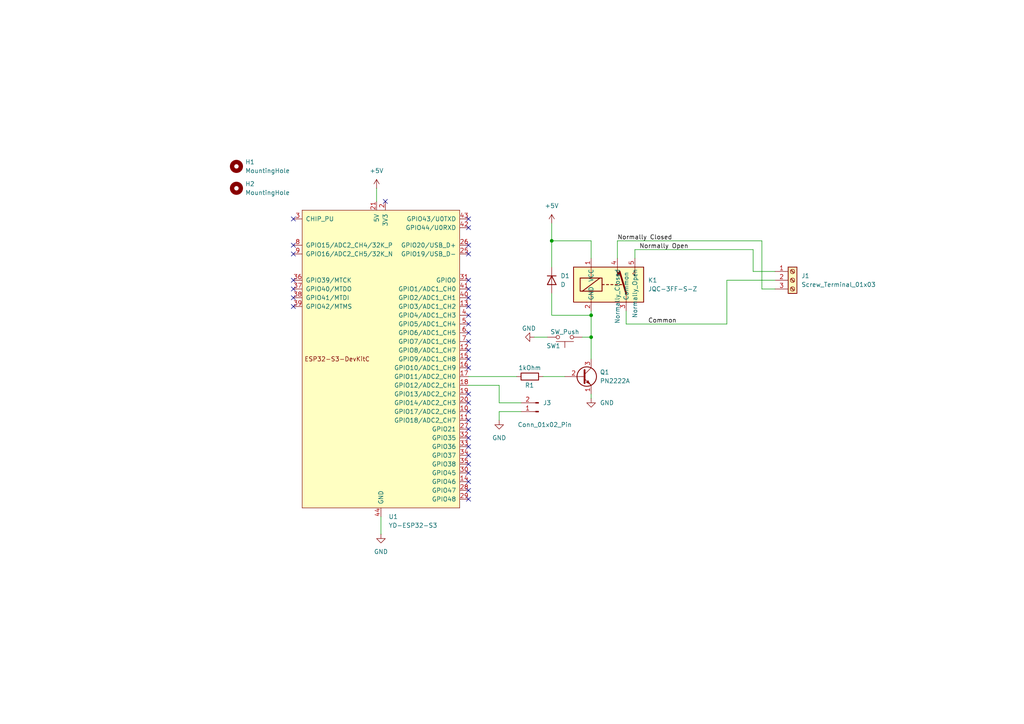
<source format=kicad_sch>
(kicad_sch (version 20231120) (generator "eeschema") (generator_version "8.0")
  (paper "A4")
  (lib_symbols
    (symbol "Connector:Conn_01x02_Pin" (pin_names (offset 1.016) hide)
      (property "Reference" "J" (at 0 2.54 0))
      (property "Value" "Conn_01x02_Pin" (at 0 -5.08 0))
      (symbol "Conn_01x02_Pin_1_1"
        (polyline (pts (xy 1.27 -2.54) (xy 0.8636 -2.54)) (stroke (width 0.1524)))
        (polyline (pts (xy 1.27 0) (xy 0.8636 0)) (stroke (width 0.1524)))
        (rectangle (start 0.8636 -2.413) (end 0 -2.667) (stroke (width 0.1524)) (fill (type outline)))
        (rectangle (start 0.8636 0.127) (end 0 -0.127) (stroke (width 0.1524)) (fill (type outline)))
        (pin passive line (at 5.08 0 180) (length 3.81) (name "Pin_1") (number "1"))
        (pin passive line (at 5.08 -2.54 180) (length 3.81) (name "Pin_2") (number "2"))
      )
    )
    (symbol "Connector:Screw_Terminal_01x03" (pin_names (offset 1.016) hide)
      (property "Reference" "J" (at 0 5.08 0))
      (property "Value" "Screw_Terminal_01x03" (at 0 -5.08 0))
      (symbol "Screw_Terminal_01x03_1_1"
        (rectangle (start -1.27 3.81) (end 1.27 -3.81) (stroke (width 0.254)) (fill (type background)))
        (circle (center 0 -2.54) (radius 0.635) (stroke (width 0.1524)))
        (polyline (pts (xy -0.5334 -2.2098) (xy 0.3302 -3.048)) (stroke (width 0.1524)))
        (polyline (pts (xy -0.5334 0.3302) (xy 0.3302 -0.508)) (stroke (width 0.1524)))
        (polyline (pts (xy -0.5334 2.8702) (xy 0.3302 2.032)) (stroke (width 0.1524)))
        (polyline (pts (xy -0.3556 -2.032) (xy 0.508 -2.8702)) (stroke (width 0.1524)))
        (polyline (pts (xy -0.3556 0.508) (xy 0.508 -0.3302)) (stroke (width 0.1524)))
        (polyline (pts (xy -0.3556 3.048) (xy 0.508 2.2098)) (stroke (width 0.1524)))
        (circle (center 0 0) (radius 0.635) (stroke (width 0.1524)))
        (circle (center 0 2.54) (radius 0.635) (stroke (width 0.1524)))
        (pin passive line (at -5.08 2.54 0) (length 3.81) (name "Pin_1") (number "1"))
        (pin passive line (at -5.08 0 0) (length 3.81) (name "Pin_2") (number "2"))
        (pin passive line (at -5.08 -2.54 0) (length 3.81) (name "Pin_3") (number "3"))
      )
    )
    (symbol "Custom Symbols:JQC-3FF-S-Z"
      (property "Reference" "K1" (at 11.43 1.2701 0))
      (property "Value" "JQC-3FF-S-Z" (at 11.43 -1.2699 0))
      (symbol "JQC-3FF-S-Z_0_0"
        (polyline (pts (xy 7.62 5.08) (xy 7.62 2.54) (xy 6.985 3.175) (xy 7.62 3.81)))
      )
      (symbol "JQC-3FF-S-Z_0_1"
        (rectangle (start -10.16 5.08) (end 10.16 -5.08) (stroke (width 0.254)) (fill (type background)))
        (rectangle (start -8.255 1.905) (end -1.905 -1.905) (stroke (width 0.254)))
        (polyline (pts (xy -7.62 -1.905) (xy -2.54 1.905)) (stroke (width 0.254)))
        (polyline (pts (xy -5.08 -5.08) (xy -5.08 -1.905)))
        (polyline (pts (xy -5.08 5.08) (xy -5.08 1.905)))
        (polyline (pts (xy -1.905 0) (xy -1.27 0)) (stroke (width 0.254)))
        (polyline (pts (xy -0.635 0) (xy 0 0)) (stroke (width 0.254)))
        (polyline (pts (xy 0.635 0) (xy 1.27 0)) (stroke (width 0.254)))
        (polyline (pts (xy 1.905 0) (xy 2.54 0)) (stroke (width 0.254)))
        (polyline (pts (xy 3.175 0) (xy 3.81 0)) (stroke (width 0.254)))
        (polyline (pts (xy 5.08 -2.54) (xy 3.175 3.81)) (stroke (width 0.508)))
        (polyline (pts (xy 5.08 -2.54) (xy 5.08 -5.08)))
      )
      (symbol "JQC-3FF-S-Z_1_1"
        (polyline (pts (xy 2.54 3.81) (xy 3.175 3.175) (xy 2.54 2.54) (xy 2.54 5.08)) (fill (type outline)))
        (pin passive line (at -5.08 7.62 270) (length 2.54) (name "VCC") (number "1"))
        (pin passive line (at -5.08 -7.62 90) (length 2.54) (name "GND") (number "2"))
        (pin passive line (at 5.08 -7.62 90) (length 2.54) (name "Common") (number "3"))
        (pin passive line (at 2.54 7.62 270) (length 2.54) (name "Normally_Closed") (number "4"))
        (pin passive line (at 7.62 7.62 270) (length 2.54) (name "Normally_Open") (number "5"))
      )
    )
    (symbol "Device:D" (pin_numbers hide) (pin_names (offset 1.016) hide)
      (property "Reference" "D" (at 0 2.54 0))
      (property "Value" "D" (at 0 -2.54 0))
      (symbol "D_0_1"
        (polyline (pts (xy -1.27 1.27) (xy -1.27 -1.27)) (stroke (width 0.254)))
        (polyline (pts (xy 1.27 0) (xy -1.27 0)))
        (polyline (pts (xy 1.27 1.27) (xy 1.27 -1.27) (xy -1.27 0) (xy 1.27 1.27)) (stroke (width 0.254)))
      )
      (symbol "D_1_1"
        (pin passive line (at -3.81 0 0) (length 2.54) (name "K") (number "1"))
        (pin passive line (at 3.81 0 180) (length 2.54) (name "A") (number "2"))
      )
    )
    (symbol "Device:R" (pin_numbers hide) (pin_names (offset 0))
      (property "Reference" "R" (at 2.032 0 90))
      (property "Value" "R" (at 0 0 90))
      (symbol "R_0_1"
        (rectangle (start -1.016 -2.54) (end 1.016 2.54) (stroke (width 0.254)))
      )
      (symbol "R_1_1"
        (pin passive line (at 0 3.81 270) (length 1.27) (name "~") (number "1"))
        (pin passive line (at 0 -3.81 90) (length 1.27) (name "~") (number "2"))
      )
    )
    (symbol "Mechanical:MountingHole" (pin_names (offset 1.016)) (exclude_from_sim yes) (in_bom no)
      (property "Reference" "H" (at 0 5.08 0))
      (property "Value" "MountingHole" (at 0 3.175 0))
      (symbol "MountingHole_0_1"
        (circle (center 0 0) (radius 1.27) (stroke (width 1.27)))
      )
    )
    (symbol "PCM_Espressif:ESP32-S3-DevKitC" (pin_names (offset 1.016))
      (property "Reference" "U1" (at 2.1941 -45.72 0))
      (property "Value" "YD-ESP32-S3" (at 2.1941 -48.26 0))
      (symbol "ESP32-S3-DevKitC_0_0"
        (text "ESP32-S3-DevKitC" (at -12.7 0 0) (effects (font (size 1.27 1.27))))
        (pin bidirectional line (at 25.4 -35.56 180) (length 2.54) (name "GPIO46") (number "14"))
        (pin bidirectional line (at 25.4 -10.16 180) (length 2.54) (name "GPIO13/ADC2_CH2") (number "19"))
        (pin bidirectional line (at -25.4 15.24 0) (length 2.54) (name "GPIO42/MTMS") (number "39"))
        (pin bidirectional line (at 25.4 17.78 180) (length 2.54) (name "GPIO2/ADC1_CH1") (number "40"))
        (pin bidirectional line (at 25.4 20.32 180) (length 2.54) (name "GPIO1/ADC1_CH0") (number "41"))
        (pin bidirectional line (at 25.4 38.1 180) (length 2.54) (name "GPIO44/U0RXD") (number "42"))
        (pin bidirectional line (at 25.4 40.64 180) (length 2.54) (name "GPIO43/U0TXD") (number "43"))
        (pin power_in line (at 0 -45.72 90) (length 2.54) (name "GND") (number "44"))
      )
      (symbol "ESP32-S3-DevKitC_0_1"
        (rectangle (start -22.86 43.18) (end 22.86 -43.18) (fill (type background)))
        (pin power_in line (at 1.27 45.72 270) (length 2.54) (name "3V3") (number "2"))
      )
      (symbol "ESP32-S3-DevKitC_1_1"
        (pin passive line (at 1.27 45.72 270) (length 2.54) hide (name "3V3") (number "1"))
        (pin bidirectional line (at 25.4 -15.24 180) (length 2.54) (name "GPIO17/ADC2_CH6") (number "10"))
        (pin bidirectional line (at 25.4 -17.78 180) (length 2.54) (name "GPIO18/ADC2_CH7") (number "11"))
        (pin bidirectional line (at 25.4 2.54 180) (length 2.54) (name "GPIO8/ADC1_CH7") (number "12"))
        (pin bidirectional line (at 25.4 15.24 180) (length 2.54) (name "GPIO3/ADC1_CH2") (number "13"))
        (pin bidirectional line (at 25.4 0 180) (length 2.54) (name "GPIO9/ADC1_CH8") (number "15"))
        (pin bidirectional line (at 25.4 -2.54 180) (length 2.54) (name "GPIO10/ADC1_CH9") (number "16"))
        (pin bidirectional line (at 25.4 -5.08 180) (length 2.54) (name "GPIO11/ADC2_CH0") (number "17"))
        (pin bidirectional line (at 25.4 -7.62 180) (length 2.54) (name "GPIO12/ADC2_CH1") (number "18"))
        (pin bidirectional line (at 25.4 -12.7 180) (length 2.54) (name "GPIO14/ADC2_CH3") (number "20"))
        (pin power_in line (at -1.27 45.72 270) (length 2.54) (name "5V") (number "21"))
        (pin passive line (at 0 -45.72 90) (length 2.54) hide (name "GND") (number "22"))
        (pin passive line (at 0 -45.72 90) (length 2.54) hide (name "GND") (number "23"))
        (pin passive line (at 0 -45.72 90) (length 2.54) hide (name "GND") (number "24"))
        (pin bidirectional line (at 25.4 30.48 180) (length 2.54) (name "GPIO19/USB_D-") (number "25"))
        (pin bidirectional line (at 25.4 33.02 180) (length 2.54) (name "GPIO20/USB_D+") (number "26"))
        (pin bidirectional line (at 25.4 -20.32 180) (length 2.54) (name "GPIO21") (number "27"))
        (pin bidirectional line (at 25.4 -38.1 180) (length 2.54) (name "GPIO47") (number "28"))
        (pin bidirectional line (at 25.4 -40.64 180) (length 2.54) (name "GPIO48") (number "29"))
        (pin input line (at -25.4 40.64 0) (length 2.54) (name "CHIP_PU") (number "3"))
        (pin bidirectional line (at 25.4 -33.02 180) (length 2.54) (name "GPIO45") (number "30"))
        (pin bidirectional line (at 25.4 22.86 180) (length 2.54) (name "GPIO0") (number "31"))
        (pin bidirectional line (at 25.4 -22.86 180) (length 2.54) (name "GPIO35") (number "32"))
        (pin bidirectional line (at 25.4 -25.4 180) (length 2.54) (name "GPIO36") (number "33"))
        (pin bidirectional line (at 25.4 -27.94 180) (length 2.54) (name "GPIO37") (number "34"))
        (pin bidirectional line (at 25.4 -30.48 180) (length 2.54) (name "GPIO38") (number "35"))
        (pin bidirectional line (at -25.4 22.86 0) (length 2.54) (name "GPIO39/MTCK") (number "36"))
        (pin bidirectional line (at -25.4 20.32 0) (length 2.54) (name "GPIO40/MTDO") (number "37"))
        (pin bidirectional line (at -25.4 17.78 0) (length 2.54) (name "GPIO41/MTDI") (number "38"))
        (pin bidirectional line (at 25.4 12.7 180) (length 2.54) (name "GPIO4/ADC1_CH3") (number "4"))
        (pin bidirectional line (at 25.4 10.16 180) (length 2.54) (name "GPIO5/ADC1_CH4") (number "5"))
        (pin bidirectional line (at 25.4 7.62 180) (length 2.54) (name "GPIO6/ADC1_CH5") (number "6"))
        (pin bidirectional line (at 25.4 5.08 180) (length 2.54) (name "GPIO7/ADC1_CH6") (number "7"))
        (pin bidirectional line (at -25.4 33.02 0) (length 2.54) (name "GPIO15/ADC2_CH4/32K_P") (number "8"))
        (pin bidirectional line (at -25.4 30.48 0) (length 2.54) (name "GPIO16/ADC2_CH5/32K_N") (number "9"))
      )
    )
    (symbol "Switch:SW_Push" (pin_numbers hide) (pin_names (offset 1.016) hide)
      (property "Reference" "SW" (at 1.27 2.54 0))
      (property "Value" "SW_Push" (at 0 -1.524 0))
      (symbol "SW_Push_0_1"
        (circle (center -2.032 0) (radius 0.508))
        (polyline (pts (xy 0 1.27) (xy 0 3.048)))
        (polyline (pts (xy 2.54 1.27) (xy -2.54 1.27)))
        (circle (center 2.032 0) (radius 0.508))
        (pin passive line (at -5.08 0 0) (length 2.54) (name "1") (number "1"))
        (pin passive line (at 5.08 0 180) (length 2.54) (name "2") (number "2"))
      )
    )
    (symbol "Transistor_BJT:PN2222A" (pin_names (offset 0) hide)
      (property "Reference" "Q" (at 5.08 1.905 0))
      (property "Value" "PN2222A" (at 5.08 0 0))
      (symbol "PN2222A_0_1"
        (polyline (pts (xy 0 0) (xy 0.635 0)))
        (polyline (pts (xy 2.54 -2.54) (xy 0.635 -0.635)))
        (polyline (pts (xy 2.54 2.54) (xy 0.635 0.635)))
        (polyline (pts (xy 0.635 1.905) (xy 0.635 -1.905) (xy 0.635 -1.905)) (stroke (width 0.508)))
        (polyline (pts (xy 2.413 -2.413) (xy 1.905 -1.905) (xy 1.905 -1.905)))
        (polyline (pts (xy 1.143 -1.651) (xy 1.651 -1.143) (xy 2.159 -2.159) (xy 1.143 -1.651) (xy 1.143 -1.651)) (fill (type outline)))
        (circle (center 1.27 0) (radius 2.8194) (stroke (width 0.254)))
      )
      (symbol "PN2222A_1_1"
        (pin passive line (at 2.54 -5.08 90) (length 2.54) (name "E") (number "1"))
        (pin input line (at -5.08 0 0) (length 5.08) (name "B") (number "2"))
        (pin passive line (at 2.54 5.08 270) (length 2.54) (name "C") (number "3"))
      )
    )
    (symbol "power:+5V" (power) (pin_numbers hide) (pin_names (offset 0) hide)
      (property "Value" "+5V" (at 0 3.556 0))
      (symbol "+5V_0_1"
        (polyline (pts (xy -0.762 1.27) (xy 0 2.54)))
        (polyline (pts (xy 0 0) (xy 0 2.54)))
        (polyline (pts (xy 0 2.54) (xy 0.762 1.27)))
      )
      (symbol "+5V_1_1"
        (pin power_in line (at 0 0 90) (length 0) (name "~") (number "1"))
      )
    )
    (symbol "power:GND" (power) (pin_numbers hide) (pin_names (offset 0) hide)
      (property "Value" "GND" (at 0 -3.81 0))
      (symbol "GND_0_1"
        (polyline (pts (xy 0 0) (xy 0 -1.27) (xy 1.27 -1.27) (xy 0 -2.54) (xy -1.27 -1.27) (xy 0 -1.27)))
      )
      (symbol "GND_1_1"
        (pin power_in line (at 0 0 270) (length 0) (name "~") (number "1"))
      )
    )
  )
  (junction (at 171.45 97.79))
  (junction (at 171.45 91.44))
  (junction (at 160.02 69.85))
  (no_connect (at 135.89 63.5))
  (no_connect (at 135.89 139.7))
  (no_connect (at 135.89 144.78))
  (no_connect (at 135.89 93.98))
  (no_connect (at 135.89 127))
  (no_connect (at 111.76 58.42))
  (no_connect (at 85.09 83.82))
  (no_connect (at 135.89 116.84))
  (no_connect (at 135.89 96.52))
  (no_connect (at 135.89 81.28))
  (no_connect (at 135.89 71.12))
  (no_connect (at 135.89 134.62))
  (no_connect (at 135.89 83.82))
  (no_connect (at 135.89 91.44))
  (no_connect (at 135.89 142.24))
  (no_connect (at 135.89 86.36))
  (no_connect (at 135.89 124.46))
  (no_connect (at 135.89 121.92))
  (no_connect (at 85.09 71.12))
  (no_connect (at 135.89 73.66))
  (no_connect (at 135.89 106.68))
  (no_connect (at 85.09 86.36))
  (no_connect (at 135.89 114.3))
  (no_connect (at 135.89 132.08))
  (no_connect (at 135.89 66.04))
  (no_connect (at 85.09 63.5))
  (no_connect (at 135.89 88.9))
  (no_connect (at 85.09 73.66))
  (no_connect (at 135.89 129.54))
  (no_connect (at 135.89 119.38))
  (no_connect (at 135.89 99.06))
  (no_connect (at 135.89 104.14))
  (no_connect (at 85.09 81.28))
  (no_connect (at 135.89 101.6))
  (no_connect (at 85.09 88.9))
  (no_connect (at 135.89 137.16))
  (wire (pts (xy 144.78 116.84) (xy 151.13 116.84)))
  (wire (pts (xy 218.44 78.74) (xy 224.79 78.74)))
  (wire (pts (xy 171.45 91.44) (xy 171.45 97.79)))
  (wire (pts (xy 135.89 109.22) (xy 149.86 109.22)))
  (wire (pts (xy 109.22 54.61) (xy 109.22 58.42)))
  (wire (pts (xy 160.02 69.85) (xy 171.45 69.85)))
  (wire (pts (xy 144.78 111.76) (xy 144.78 116.84)))
  (wire (pts (xy 220.98 83.82) (xy 224.79 83.82)))
  (wire (pts (xy 179.07 69.85) (xy 220.98 69.85)))
  (wire (pts (xy 144.78 119.38) (xy 144.78 121.92)))
  (wire (pts (xy 171.45 97.79) (xy 171.45 104.14)))
  (wire (pts (xy 151.13 119.38) (xy 144.78 119.38)))
  (wire (pts (xy 168.91 97.79) (xy 171.45 97.79)))
  (wire (pts (xy 160.02 69.85) (xy 160.02 77.47)))
  (wire (pts (xy 171.45 91.44) (xy 160.02 91.44)))
  (wire (pts (xy 181.61 93.98) (xy 181.61 90.17)))
  (wire (pts (xy 110.49 149.86) (xy 110.49 154.94)))
  (wire (pts (xy 218.44 72.39) (xy 184.15 72.39)))
  (wire (pts (xy 218.44 72.39) (xy 218.44 78.74)))
  (wire (pts (xy 171.45 90.17) (xy 171.45 91.44)))
  (wire (pts (xy 220.98 69.85) (xy 220.98 83.82)))
  (wire (pts (xy 224.79 81.28) (xy 210.82 81.28)))
  (wire (pts (xy 171.45 69.85) (xy 171.45 74.93)))
  (wire (pts (xy 184.15 72.39) (xy 184.15 74.93)))
  (wire (pts (xy 135.89 111.76) (xy 144.78 111.76)))
  (wire (pts (xy 210.82 81.28) (xy 210.82 93.98)))
  (wire (pts (xy 179.07 69.85) (xy 179.07 74.93)))
  (wire (pts (xy 210.82 93.98) (xy 181.61 93.98)))
  (wire (pts (xy 171.45 115.57) (xy 171.45 114.3)))
  (wire (pts (xy 157.48 109.22) (xy 163.83 109.22)))
  (wire (pts (xy 154.94 97.79) (xy 158.75 97.79)))
  (wire (pts (xy 160.02 64.77) (xy 160.02 69.85)))
  (wire (pts (xy 160.02 85.09) (xy 160.02 91.44)))
  (label "Normally Closed" (at 179.07 69.85 0))
  (label "Common" (at 187.96 93.98 0))
  (label "Normally Open" (at 185.42 72.39 0))
  (symbol (lib_id "Device:D") (at 160.02 81.28 270) (unit 1)
    (property "Reference" "D1" (at 162.56 80.0099 90) (effects (justify left)))
    (property "Value" "D" (at 162.56 82.5499 90) (effects (justify left)))
    (property "Footprint" "Diode_SMD:D_MiniMELF" (effects (hide yes)))
    (property "Description" "Diode" (effects (hide yes)))
    (property "Sim.Device" "D" (effects (hide yes)))
    (property "Sim.Pins" "1=K 2=A" (effects (hide yes)))
  )
  (symbol (lib_id "Mechanical:MountingHole") (at 68.58 48.26 0) (unit 1) (exclude_from_sim yes) (in_bom no)
    (property "Reference" "H1" (at 71.12 46.9899 0) (effects (justify left)))
    (property "Value" "MountingHole" (at 71.12 49.5299 0) (effects (justify left)))
    (property "Footprint" "MountingHole:MountingHole_3.5mm" (effects (hide yes)))
    (property "Description" "Mounting Hole without connection" (effects (hide yes)))
  )
  (symbol (lib_id "Mechanical:MountingHole") (at 68.58 54.61 0) (unit 1) (exclude_from_sim yes) (in_bom no)
    (property "Reference" "H2" (at 71.12 53.3399 0) (effects (justify left)))
    (property "Value" "MountingHole" (at 71.12 55.8799 0) (effects (justify left)))
    (property "Footprint" "MountingHole:MountingHole_3.5mm" (effects (hide yes)))
    (property "Description" "Mounting Hole without connection" (effects (hide yes)))
  )
  (symbol (lib_id "power:GND") (at 144.78 121.92 0) (unit 1)
    (property "Reference" "#PWR04" (effects (hide yes)))
    (property "Value" "GND" (at 142.748 127 0) (effects (justify left)))
    (property "Description" "Power symbol creates a global label with name \"GND\" , ground" (effects (hide yes)))
  )
  (symbol (lib_id "Connector:Screw_Terminal_01x03") (at 229.87 81.28 0) (unit 1)
    (property "Reference" "J1" (at 232.41 80.0099 0) (effects (justify left)))
    (property "Value" "Screw_Terminal_01x03" (at 232.41 82.5499 0) (effects (justify left)))
    (property "Footprint" "TerminalBlock_Phoenix:TerminalBlock_Phoenix_MKDS-1,5-3_1x03_P5.00mm_Horizontal" (effects (hide yes)))
    (property "Description" "Generic screw terminal, single row, 01x03, script generated (kicad-library-utils/schlib/autogen/connector/)" (effects (hide yes)))
  )
  (symbol (lib_id "PCM_Espressif:ESP32-S3-DevKitC") (at 110.49 104.14 0) (unit 1)
    (property "Reference" "U1" (at 112.6841 149.86 0) (effects (justify left)))
    (property "Value" "YD-ESP32-S3" (at 112.6841 152.4 0) (effects (justify left)))
    (property "Footprint" "Custom Footprints:YD-ESP32-S3" (effects (hide yes)))
    (property "Description" "YD-ESP32-S3" (effects (hide yes)))
  )
  (symbol (lib_id "Device:R") (at 153.67 109.22 90) (unit 1)
    (property "Reference" "R1" (at 154.94 111.76 90) (effects (justify left)))
    (property "Value" "1kOhm" (at 156.972 106.68 90) (effects (justify left)))
    (property "Footprint" "Resistor_SMD:R_0805_2012Metric" (effects (hide yes)))
    (property "Description" "Resistor" (effects (hide yes)))
  )
  (symbol (lib_id "power:+5V") (at 109.22 54.61 0) (unit 1)
    (property "Reference" "#PWR03" (effects (hide yes)))
    (property "Value" "+5V" (at 109.22 49.53 0))
    (property "Description" "Power symbol creates a global label with name \"+5V\"" (effects (hide yes)))
  )
  (symbol (lib_id "Transistor_BJT:PN2222A") (at 168.91 109.22 0) (unit 1)
    (property "Reference" "Q1" (at 173.99 107.9499 0) (effects (justify left)))
    (property "Value" "PN2222A" (at 173.99 110.4899 0) (effects (justify left)))
    (property "Footprint" "Package_TO_SOT_THT:TO-92_Inline" (effects (hide yes)))
    (property "Datasheet" "https://www.onsemi.com/pub/Collateral/PN2222-D.PDF" (effects (hide yes)))
    (property "Description" "1A Ic, 40V Vce, NPN Transistor, General Purpose Transistor, TO-92" (effects (hide yes)))
  )
  (symbol (lib_id "Custom Symbols:JQC-3FF-S-Z") (at 176.53 82.55 0) (unit 1)
    (property "Reference" "K1" (at 187.96 81.2799 0) (effects (justify left)))
    (property "Value" "JQC-3FF-S-Z" (at 187.96 83.8199 0) (effects (justify left)))
    (property "Footprint" "Custom Footprints:JQC-3FF-S-Z" (effects (hide yes)))
    (property "Description" "Single Pole Miniature Power Relay" (effects (hide yes)))
  )
  (symbol (lib_id "power:GND") (at 110.49 154.94 0) (unit 1)
    (property "Reference" "#PWR05" (effects (hide yes)))
    (property "Value" "GND" (at 110.49 160.02 0))
    (property "Description" "Power symbol creates a global label with name \"GND\" , ground" (effects (hide yes)))
  )
  (symbol (lib_id "Switch:SW_Push") (at 163.83 97.79 180) (unit 1)
    (property "Reference" "SW1" (at 162.56 100.33 0) (effects (justify left)))
    (property "Value" "SW_Push" (at 163.83 96.266 0))
    (property "Footprint" "Button_Switch_SMD:SW_SPST_SKQG_WithStem" (effects (hide yes)))
    (property "Description" "Push button switch, generic, two pins" (effects (hide yes)))
  )
  (symbol (lib_id "power:+5V") (at 160.02 64.77 0) (unit 1)
    (property "Reference" "#PWR01" (effects (hide yes)))
    (property "Value" "+5V" (at 160.02 59.69 0))
    (property "Description" "Power symbol creates a global label with name \"+5V\"" (effects (hide yes)))
  )
  (symbol (lib_id "power:GND") (at 154.94 97.79 270) (unit 1)
    (property "Reference" "#PWR07" (effects (hide yes)))
    (property "Value" "GND" (at 155.448 95.25 90) (effects (justify right)))
    (property "Description" "Power symbol creates a global label with name \"GND\" , ground" (effects (hide yes)))
  )
  (symbol (lib_id "Connector:Conn_01x02_Pin") (at 156.21 119.38 180) (unit 1)
    (property "Reference" "J3" (at 157.48 116.8399 0) (effects (justify right)))
    (property "Value" "Conn_01x02_Pin" (at 150.114 123.19 0) (effects (justify right)))
    (property "Footprint" "Connector_PinHeader_2.54mm:PinHeader_1x02_P2.54mm_Vertical" (effects (hide yes)))
    (property "Description" "Generic connector, single row, 01x02, script generated" (effects (hide yes)))
  )
  (symbol (lib_id "power:GND") (at 171.45 115.57 0) (unit 1)
    (property "Reference" "#PWR02" (effects (hide yes)))
    (property "Value" "GND" (at 173.99 116.8399 0) (effects (justify left)))
    (property "Description" "Power symbol creates a global label with name \"GND\" , ground" (effects (hide yes)))
  )
)
</source>
